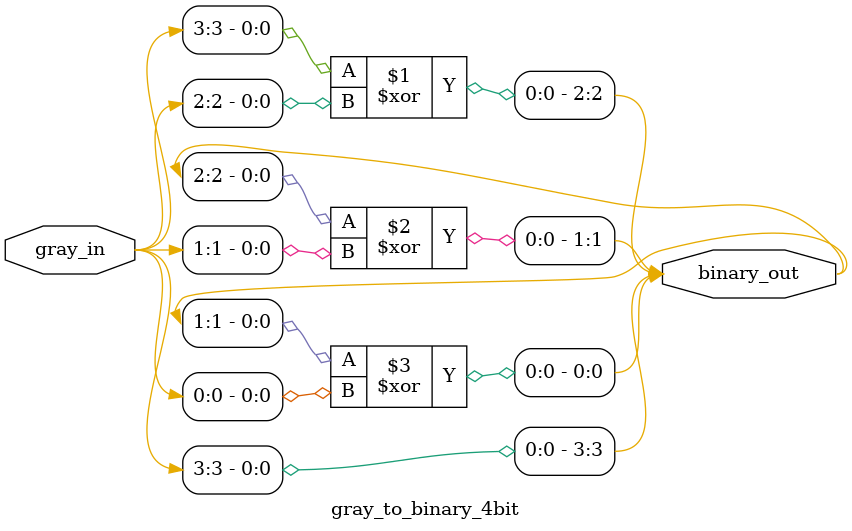
<source format=v>
`timescale 1ns / 1ps


module gray_to_binary_4bit(
    input [3:0] gray_in,
    output [3:0] binary_out
    );
    assign binary_out[3]=gray_in[3];
    assign binary_out[2]=gray_in[3]^gray_in[2];
    assign binary_out[1]=binary_out[2]^gray_in[1];
    assign binary_out[0]=binary_out[1]^gray_in[0];
    
endmodule

</source>
